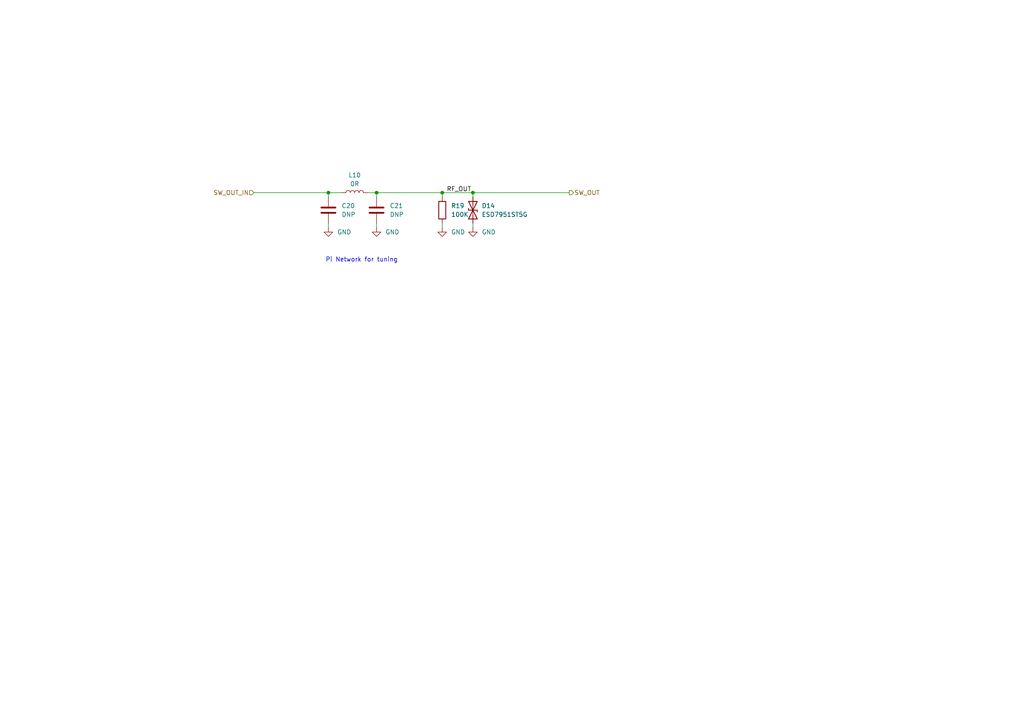
<source format=kicad_sch>
(kicad_sch (version 20250114) (generator "eeschema") (generator_version "9.0")
  (paper "A4")
  (lib_symbols
    (symbol "Device:C" (pin_numbers (hide yes)) (pin_names (offset 0.254))
      (property "Reference" "C" (at 0.635 2.54 0))
      (property "Value" "C" (at 0.635 -2.54 0))
      (symbol "C_0_1"
        (polyline (pts (xy -2.032 0.762) (xy 2.032 0.762)) (stroke (width 0.508)))
        (polyline (pts (xy -2.032 -0.762) (xy 2.032 -0.762)) (stroke (width 0.508)))
      )
      (symbol "C_1_1"
        (pin passive line (at 0 3.81 270) (length 2.794) (name "~") (number "1"))
        (pin passive line (at 0 -3.81 90) (length 2.794) (name "~") (number "2"))
      )
    )
    (symbol "Device:D_TVS" (pin_numbers (hide yes)) (pin_names (offset 1.016) (hide yes))
      (property "Reference" "D" (at 0 2.54 0))
      (property "Value" "D_TVS" (at 0 -2.54 0))
      (symbol "D_TVS_0_1"
        (polyline (pts (xy -2.54 1.27) (xy -2.54 -1.27) (xy 2.54 1.27) (xy 2.54 -1.27) (xy -2.54 1.27)) (stroke (width 0.254)))
        (polyline (pts (xy 0.508 1.27) (xy 0 1.27) (xy 0 -1.27) (xy -0.508 -1.27)) (stroke (width 0.254)))
        (polyline (pts (xy 1.27 0) (xy -1.27 0)))
      )
      (symbol "D_TVS_1_1"
        (pin passive line (at -3.81 0 0) (length 2.54) (name "A1") (number "1"))
        (pin passive line (at 3.81 0 180) (length 2.54) (name "A2") (number "2"))
      )
    )
    (symbol "Device:L" (pin_numbers (hide yes)) (pin_names (offset 1.016) (hide yes))
      (property "Reference" "L" (at -1.27 0 90))
      (property "Value" "L" (at 1.905 0 90))
      (symbol "L_0_1"
        (arc (start 0 2.54) (mid 0.6323 1.905) (end 0 1.27))
        (arc (start 0 1.27) (mid 0.6323 0.635) (end 0 0))
        (arc (start 0 0) (mid 0.6323 -0.635) (end 0 -1.27))
        (arc (start 0 -1.27) (mid 0.6323 -1.905) (end 0 -2.54))
      )
      (symbol "L_1_1"
        (pin passive line (at 0 3.81 270) (length 1.27) (name "1") (number "1"))
        (pin passive line (at 0 -3.81 90) (length 1.27) (name "2") (number "2"))
      )
    )
    (symbol "Device:R" (pin_numbers (hide yes)) (pin_names (offset 0))
      (property "Reference" "R" (at 2.032 0 90))
      (property "Value" "R" (at 0 0 90))
      (symbol "R_0_1"
        (rectangle (start -1.016 -2.54) (end 1.016 2.54) (stroke (width 0.254)))
      )
      (symbol "R_1_1"
        (pin passive line (at 0 3.81 270) (length 1.27) (name "~") (number "1"))
        (pin passive line (at 0 -3.81 90) (length 1.27) (name "~") (number "2"))
      )
    )
    (symbol "power:GND" (power) (pin_numbers (hide yes)) (pin_names (offset 0) (hide yes))
      (property "Value" "GND" (at 0 -3.81 0))
      (symbol "GND_0_1"
        (polyline (pts (xy 0 0) (xy 0 -1.27) (xy 1.27 -1.27) (xy 0 -2.54) (xy -1.27 -1.27) (xy 0 -1.27)))
      )
      (symbol "GND_1_1"
        (pin power_in line (at 0 0 270) (length 0) (name "~") (number "1"))
      )
    )
  )
  (text "Pi Network for tuning" (at 104.902 75.438 0) (effects (font (size 1.27 1.27))))
  (junction (at 109.22 55.88))
  (junction (at 95.25 55.88))
  (junction (at 128.27 55.88))
  (junction (at 137.16 55.88))
  (wire (pts (xy 128.27 64.77) (xy 128.27 66.04)))
  (wire (pts (xy 109.22 64.77) (xy 109.22 66.04)))
  (wire (pts (xy 128.27 55.88) (xy 128.27 57.15)))
  (wire (pts (xy 109.22 55.88) (xy 128.27 55.88)))
  (wire (pts (xy 137.16 55.88) (xy 137.16 57.15)))
  (wire (pts (xy 95.25 64.77) (xy 95.25 66.04)))
  (wire (pts (xy 137.16 64.77) (xy 137.16 66.04)))
  (wire (pts (xy 99.06 55.88) (xy 95.25 55.88)))
  (wire (pts (xy 106.68 55.88) (xy 109.22 55.88)))
  (wire (pts (xy 137.16 55.88) (xy 165.1 55.88)))
  (wire (pts (xy 95.25 55.88) (xy 95.25 57.15)))
  (wire (pts (xy 109.22 55.88) (xy 109.22 57.15)))
  (wire (pts (xy 128.27 55.88) (xy 137.16 55.88)))
  (wire (pts (xy 73.66 55.88) (xy 95.25 55.88)))
  (label "RF_OUT" (at 129.54 55.88 0))
  (hierarchical_label "SW_OUT_IN" (shape input) (at 73.66 55.88 180))
  (hierarchical_label "SW_OUT" (shape output) (at 165.1 55.88 0))
  (symbol (lib_id "power:GND") (at 95.25 66.04 0) (unit 1)
    (property "Reference" "#PWR015" (effects (hide yes)))
    (property "Value" "GND" (at 97.79 67.3099 0) (effects (justify left)))
    (property "Description" "Power symbol creates a global label with name \"GND\" , ground" (effects (hide yes)))
  )
  (symbol (lib_id "Device:D_TVS") (at 137.16 60.96 90) (unit 1)
    (property "Reference" "D14" (at 139.7 59.6899 90) (effects (justify right)))
    (property "Value" "ESD7951ST5G" (at 139.7 62.2299 90) (effects (justify right)))
    (property "Description" "Bidirectional transient-voltage-suppression diode" (effects (hide yes)))
  )
  (symbol (lib_id "Device:L") (at 102.87 55.88 90) (unit 1)
    (property "Reference" "L10" (at 102.87 50.8 90))
    (property "Value" "0R" (at 102.87 53.34 90))
    (property "Description" "Inductor" (effects (hide yes)))
  )
  (symbol (lib_id "power:GND") (at 128.27 66.04 0) (unit 1)
    (property "Reference" "#PWR017" (effects (hide yes)))
    (property "Value" "GND" (at 130.81 67.3099 0) (effects (justify left)))
    (property "Description" "Power symbol creates a global label with name \"GND\" , ground" (effects (hide yes)))
  )
  (symbol (lib_id "Device:C") (at 95.25 60.96 0) (unit 1)
    (property "Reference" "C20" (at 99.06 59.6899 0) (effects (justify left)))
    (property "Value" "DNP" (at 99.06 62.2299 0) (effects (justify left)))
    (property "Description" "Unpolarized capacitor" (effects (hide yes)))
  )
  (symbol (lib_id "Device:C") (at 109.22 60.96 0) (unit 1)
    (property "Reference" "C21" (at 113.03 59.6899 0) (effects (justify left)))
    (property "Value" "DNP" (at 113.03 62.2299 0) (effects (justify left)))
    (property "Description" "Unpolarized capacitor" (effects (hide yes)))
  )
  (symbol (lib_id "power:GND") (at 137.16 66.04 0) (unit 1)
    (property "Reference" "#PWR031" (effects (hide yes)))
    (property "Value" "GND" (at 139.7 67.3099 0) (effects (justify left)))
    (property "Description" "Power symbol creates a global label with name \"GND\" , ground" (effects (hide yes)))
  )
  (symbol (lib_id "power:GND") (at 109.22 66.04 0) (unit 1)
    (property "Reference" "#PWR016" (effects (hide yes)))
    (property "Value" "GND" (at 111.76 67.3099 0) (effects (justify left)))
    (property "Description" "Power symbol creates a global label with name \"GND\" , ground" (effects (hide yes)))
  )
  (symbol (lib_id "Device:R") (at 128.27 60.96 0) (unit 1)
    (property "Reference" "R19" (at 130.81 59.6899 0) (effects (justify left)))
    (property "Value" "100K" (at 130.81 62.2299 0) (effects (justify left)))
    (property "Description" "Resistor" (effects (hide yes)))
  )
)
</source>
